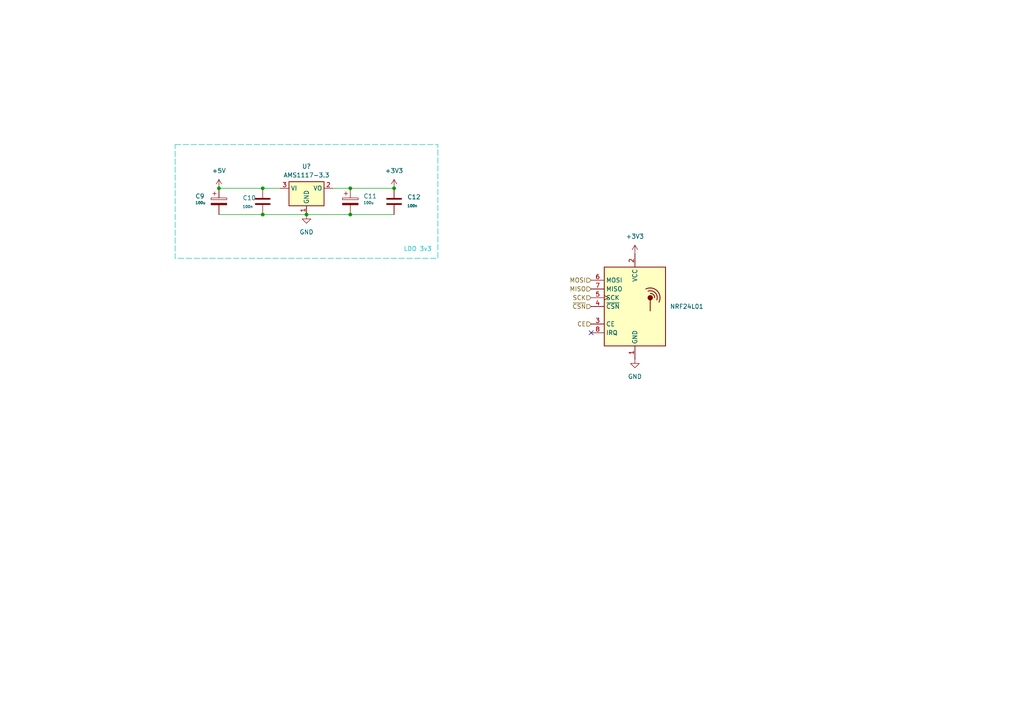
<source format=kicad_sch>
(kicad_sch (version 20250114) (generator "eeschema") (generator_version "9.0")
  (paper "A4")
  (lib_symbols
    (symbol "Device:C" (pin_numbers (hide yes)) (pin_names (offset 0.254))
      (property "Reference" "C" (at 0.635 2.54 0))
      (property "Value" "C" (at 0.635 -2.54 0))
      (symbol "C_0_1"
        (polyline (pts (xy -2.032 0.762) (xy 2.032 0.762)) (stroke (width 0.508)))
        (polyline (pts (xy -2.032 -0.762) (xy 2.032 -0.762)) (stroke (width 0.508)))
      )
      (symbol "C_1_1"
        (pin passive line (at 0 3.81 270) (length 2.794) (name "~") (number "1"))
        (pin passive line (at 0 -3.81 90) (length 2.794) (name "~") (number "2"))
      )
    )
    (symbol "Device:C_Polarized" (pin_numbers (hide yes)) (pin_names (offset 0.254))
      (property "Reference" "C" (at 0.635 2.54 0))
      (property "Value" "C_Polarized" (at 0.635 -2.54 0))
      (symbol "C_Polarized_0_1"
        (rectangle (start -2.286 0.508) (end 2.286 1.016))
        (polyline (pts (xy -1.778 2.286) (xy -0.762 2.286)))
        (polyline (pts (xy -1.27 2.794) (xy -1.27 1.778)))
        (rectangle (start 2.286 -0.508) (end -2.286 -1.016) (fill (type outline)))
      )
      (symbol "C_Polarized_1_1"
        (pin passive line (at 0 3.81 270) (length 2.794) (name "~") (number "1"))
        (pin passive line (at 0 -3.81 90) (length 2.794) (name "~") (number "2"))
      )
    )
    (symbol "KappyModule:NRF24L01_PA/LNA"
      (symbol "NRF24L01_PA/LNA_0_1"
        (rectangle (start -8.89 12.7) (end 8.89 -10.16) (stroke (width 0.254)) (fill (type background)))
        (arc (start 3.175 6.35) (mid 6.453 5.818) (end 6.985 2.54) (stroke (width 0.254)))
        (circle (center 4.445 3.81) (radius 0.635) (stroke (width 0.254)) (fill (type outline)))
        (polyline (pts (xy 4.445 3.175) (xy 4.445 0)) (stroke (width 0.254)))
        (arc (start 3.81 5.715) (mid 5.8835 5.2485) (end 6.35 3.175) (stroke (width 0.254)))
        (arc (start 4.445 5.08) (mid 5.3558 4.7208) (end 5.715 3.81) (stroke (width 0.254)))
      )
      (symbol "NRF24L01_PA/LNA_1_1"
        (pin input line (at -12.7 8.89 0) (length 3.81) (name "MOSI") (number "6"))
        (pin output line (at -12.7 6.35 0) (length 3.81) (name "MISO") (number "7"))
        (pin input clock (at -12.7 3.81 0) (length 3.81) (name "SCK") (number "5"))
        (pin input line (at -12.7 1.27 0) (length 3.81) (name "~{CSN}") (number "4"))
        (pin input line (at -12.7 -3.81 0) (length 3.81) (name "CE") (number "3"))
        (pin output line (at -12.7 -6.35 0) (length 3.81) (name "IRQ") (number "8"))
        (pin power_in line (at 0 16.51 270) (length 3.81) (name "VCC") (number "2"))
        (pin power_in line (at 0 -13.97 90) (length 3.81) (name "GND") (number "1"))
      )
    )
    (symbol "Regulator_Linear:AMS1117-3.3"
      (property "Reference" "U" (at -3.81 3.175 0))
      (property "Value" "AMS1117-3.3" (at 0 3.175 0))
      (symbol "AMS1117-3.3_0_1"
        (rectangle (start -5.08 -5.08) (end 5.08 1.905) (stroke (width 0.254)) (fill (type background)))
      )
      (symbol "AMS1117-3.3_1_1"
        (pin power_in line (at -7.62 0 0) (length 2.54) (name "VI") (number "3"))
        (pin power_in line (at 0 -7.62 90) (length 2.54) (name "GND") (number "1"))
        (pin power_out line (at 7.62 0 180) (length 2.54) (name "VO") (number "2"))
      )
    )
    (symbol "power:+3V3" (power) (pin_numbers (hide yes)) (pin_names (offset 0) (hide yes))
      (property "Value" "+3V3" (at 0 3.556 0))
      (symbol "+3V3_0_1"
        (polyline (pts (xy -0.762 1.27) (xy 0 2.54)))
        (polyline (pts (xy 0 2.54) (xy 0.762 1.27)))
        (polyline (pts (xy 0 0) (xy 0 2.54)))
      )
      (symbol "+3V3_1_1"
        (pin power_in line (at 0 0 90) (length 0) (name "~") (number "1"))
      )
    )
    (symbol "power:+5V" (power) (pin_numbers (hide yes)) (pin_names (offset 0) (hide yes))
      (property "Value" "+5V" (at 0 3.556 0))
      (symbol "+5V_0_1"
        (polyline (pts (xy -0.762 1.27) (xy 0 2.54)))
        (polyline (pts (xy 0 2.54) (xy 0.762 1.27)))
        (polyline (pts (xy 0 0) (xy 0 2.54)))
      )
      (symbol "+5V_1_1"
        (pin power_in line (at 0 0 90) (length 0) (name "~") (number "1"))
      )
    )
    (symbol "power:GND" (power) (pin_numbers (hide yes)) (pin_names (offset 0) (hide yes))
      (property "Value" "GND" (at 0 -3.81 0))
      (symbol "GND_0_1"
        (polyline (pts (xy 0 0) (xy 0 -1.27) (xy 1.27 -1.27) (xy 0 -2.54) (xy -1.27 -1.27) (xy 0 -1.27)))
      )
      (symbol "GND_1_1"
        (pin power_in line (at 0 0 270) (length 0) (name "~") (number "1"))
      )
    )
  )
  (rectangle (start 50.8 41.91) (end 127 74.93) (stroke (width 0) (type dash) (color 0 194 194 1)))
  (text "LDO 3v3\n" (at 121.158 72.39 0) (effects (font (size 1.27 1.27))))
  (junction (at 76.2 54.61))
  (junction (at 88.9 62.23))
  (junction (at 63.5 54.61))
  (junction (at 114.3 54.61))
  (junction (at 76.2 62.23))
  (junction (at 101.6 54.61))
  (junction (at 101.6 62.23))
  (no_connect (at 171.45 96.52))
  (wire (pts (xy 88.9 62.23) (xy 101.6 62.23)))
  (wire (pts (xy 76.2 62.23) (xy 88.9 62.23)))
  (wire (pts (xy 63.5 54.61) (xy 76.2 54.61)))
  (wire (pts (xy 101.6 54.61) (xy 114.3 54.61)))
  (wire (pts (xy 63.5 62.23) (xy 76.2 62.23)))
  (wire (pts (xy 76.2 54.61) (xy 81.28 54.61)))
  (wire (pts (xy 96.52 54.61) (xy 101.6 54.61)))
  (wire (pts (xy 101.6 62.23) (xy 114.3 62.23)))
  (hierarchical_label "MOSI" (shape input) (at 171.45 81.28 180))
  (hierarchical_label "~{CSN}" (shape input) (at 171.45 88.9 180))
  (hierarchical_label "MISO" (shape input) (at 171.45 83.82 180))
  (hierarchical_label "CE" (shape input) (at 171.45 93.98 180))
  (hierarchical_label "SCK" (shape input) (at 171.45 86.36 180))
  (symbol (lib_id "Regulator_Linear:AMS1117-3.3") (at 88.9 54.61 0) (unit 1)
    (property "Reference" "U2" (at 88.9 48.26 0))
    (property "Value" "AMS1117-3.3" (at 88.9 50.8 0))
    (property "Footprint" "Package_TO_SOT_SMD:SOT-223-3_TabPin2" (effects (hide yes)))
    (property "Datasheet" "http://www.advanced-monolithic.com/pdf/ds1117.pdf" (effects (hide yes)))
    (property "Description" "1A Low Dropout regulator, positive, 3.3V fixed output, SOT-223" (effects (hide yes)))
    (instances (project "" (path "" (reference "U?") (unit 1)) (path "" (reference "U2") (unit 1))))
  )
  (symbol (lib_id "Device:C_Polarized") (at 101.6 58.42 0) (unit 1)
    (property "Reference" "C11" (at 105.41 56.8959 0) (effects (justify left)))
    (property "Value" "100u" (at 105.41 58.801 0) (effects (font (size 0.762 0.762)) (justify left)))
    (property "Footprint" "Capacitor_THT:C_Radial_D8.0mm_H11.5mm_P3.50mm" (effects (hide yes)))
    (property "Description" "Polarized capacitor" (effects (hide yes)))
  )
  (symbol (lib_id "power:+3V3") (at 184.15 73.66 0) (unit 1)
    (property "Reference" "#PWR018" (effects (hide yes)))
    (property "Value" "+3V3" (at 184.15 68.58 0))
    (property "Description" "Power symbol creates a global label with name \"+3V3\"" (effects (hide yes)))
  )
  (symbol (lib_id "power:+5V") (at 63.5 54.61 0) (unit 1)
    (property "Reference" "#PWR015" (effects (hide yes)))
    (property "Value" "+5V" (at 63.5 49.53 0))
    (property "Description" "Power symbol creates a global label with name \"+5V\"" (effects (hide yes)))
    (instances (project "" (path "" (reference "#PWR?") (unit 1)) (path "" (reference "#PWR015") (unit 1))))
  )
  (symbol (lib_id "power:GND") (at 184.15 104.14 0) (unit 1)
    (property "Reference" "#PWR019" (effects (hide yes)))
    (property "Value" "GND" (at 184.15 109.22 0))
    (property "Description" "Power symbol creates a global label with name \"GND\" , ground" (effects (hide yes)))
  )
  (symbol (lib_id "Device:C") (at 114.3 58.42 0) (unit 1)
    (property "Reference" "C12" (at 118.11 57.1499 0) (effects (justify left)))
    (property "Value" "100n" (at 118.11 59.6899 0) (effects (font (size 0.762 0.762)) (justify left)))
    (property "Footprint" "Capacitor_SMD:C_0603_1608Metric" (effects (hide yes)))
    (property "Description" "Unpolarized capacitor" (effects (hide yes)))
  )
  (symbol (lib_id "Device:C") (at 76.2 58.42 0) (unit 1)
    (property "Reference" "C10" (at 70.358 57.404 0) (effects (justify left)))
    (property "Value" "100n" (at 70.358 59.944 0) (effects (font (size 0.762 0.762)) (justify left)))
    (property "Footprint" "Capacitor_SMD:C_0603_1608Metric" (effects (hide yes)))
    (property "Description" "Unpolarized capacitor" (effects (hide yes)))
  )
  (symbol (lib_id "Device:C_Polarized") (at 63.5 58.42 0) (unit 1)
    (property "Reference" "C9" (at 56.642 56.896 0) (effects (justify left)))
    (property "Value" "100u" (at 56.642 58.8011 0) (effects (font (size 0.762 0.762)) (justify left)))
    (property "Footprint" "Capacitor_THT:C_Radial_D8.0mm_H11.5mm_P3.50mm" (effects (hide yes)))
    (property "Description" "Polarized capacitor" (effects (hide yes)))
  )
  (symbol (lib_id "power:+3V3") (at 114.3 54.61 0) (unit 1)
    (property "Reference" "#PWR016" (effects (hide yes)))
    (property "Value" "+3V3" (at 114.3 49.53 0))
    (property "Description" "Power symbol creates a global label with name \"+3V3\"" (effects (hide yes)))
    (instances (project "" (path "" (reference "#PWR?") (unit 1)) (path "" (reference "#PWR016") (unit 1))))
  )
  (symbol (lib_id "KappyModule:NRF24L01_PA/LNA") (at 184.15 90.17 0) (unit 1)
    (property "Reference" "U3" (effects (hide yes)))
    (property "Value" "NRF24L01" (at 194.31 88.9 0) (effects (justify left)))
    (property "Footprint" "KappyPhm Module:NRF24L01_PA_LNA" (effects (hide yes)))
  )
  (symbol (lib_id "power:GND") (at 88.9 62.23 0) (unit 1)
    (property "Reference" "#PWR017" (effects (hide yes)))
    (property "Value" "GND" (at 88.9 67.31 0))
    (property "Description" "Power symbol creates a global label with name \"GND\" , ground" (effects (hide yes)))
    (instances (project "" (path "" (reference "#PWR?") (unit 1)) (path "" (reference "#PWR017") (unit 1))))
  )
)
</source>
